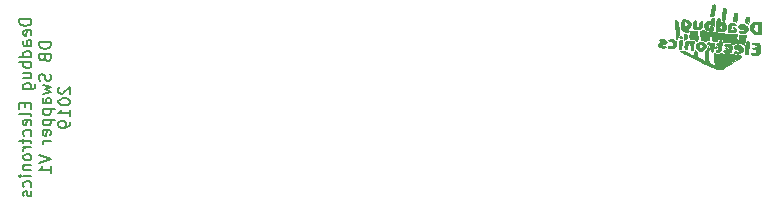
<source format=gbr>
G04 #@! TF.GenerationSoftware,KiCad,Pcbnew,(5.0.1)-rc2*
G04 #@! TF.CreationDate,2019-06-29T00:56:30-07:00*
G04 #@! TF.ProjectId,DB9_Switcher,4442395F53776974636865722E6B6963,rev?*
G04 #@! TF.SameCoordinates,Original*
G04 #@! TF.FileFunction,Legend,Bot*
G04 #@! TF.FilePolarity,Positive*
%FSLAX46Y46*%
G04 Gerber Fmt 4.6, Leading zero omitted, Abs format (unit mm)*
G04 Created by KiCad (PCBNEW (5.0.1)-rc2) date 6/29/2019 12:56:30 AM*
%MOMM*%
%LPD*%
G01*
G04 APERTURE LIST*
%ADD10C,0.150000*%
%ADD11C,0.010000*%
G04 APERTURE END LIST*
D10*
X115642380Y-72279809D02*
X114642380Y-72279809D01*
X114642380Y-72517904D01*
X114690000Y-72660761D01*
X114785238Y-72756000D01*
X114880476Y-72803619D01*
X115070952Y-72851238D01*
X115213809Y-72851238D01*
X115404285Y-72803619D01*
X115499523Y-72756000D01*
X115594761Y-72660761D01*
X115642380Y-72517904D01*
X115642380Y-72279809D01*
X115594761Y-73660761D02*
X115642380Y-73565523D01*
X115642380Y-73375047D01*
X115594761Y-73279809D01*
X115499523Y-73232190D01*
X115118571Y-73232190D01*
X115023333Y-73279809D01*
X114975714Y-73375047D01*
X114975714Y-73565523D01*
X115023333Y-73660761D01*
X115118571Y-73708380D01*
X115213809Y-73708380D01*
X115309047Y-73232190D01*
X115642380Y-74565523D02*
X115118571Y-74565523D01*
X115023333Y-74517904D01*
X114975714Y-74422666D01*
X114975714Y-74232190D01*
X115023333Y-74136952D01*
X115594761Y-74565523D02*
X115642380Y-74470285D01*
X115642380Y-74232190D01*
X115594761Y-74136952D01*
X115499523Y-74089333D01*
X115404285Y-74089333D01*
X115309047Y-74136952D01*
X115261428Y-74232190D01*
X115261428Y-74470285D01*
X115213809Y-74565523D01*
X115642380Y-75470285D02*
X114642380Y-75470285D01*
X115594761Y-75470285D02*
X115642380Y-75375047D01*
X115642380Y-75184571D01*
X115594761Y-75089333D01*
X115547142Y-75041714D01*
X115451904Y-74994095D01*
X115166190Y-74994095D01*
X115070952Y-75041714D01*
X115023333Y-75089333D01*
X114975714Y-75184571D01*
X114975714Y-75375047D01*
X115023333Y-75470285D01*
X115642380Y-75946476D02*
X114642380Y-75946476D01*
X115023333Y-75946476D02*
X114975714Y-76041714D01*
X114975714Y-76232190D01*
X115023333Y-76327428D01*
X115070952Y-76375047D01*
X115166190Y-76422666D01*
X115451904Y-76422666D01*
X115547142Y-76375047D01*
X115594761Y-76327428D01*
X115642380Y-76232190D01*
X115642380Y-76041714D01*
X115594761Y-75946476D01*
X114975714Y-77279809D02*
X115642380Y-77279809D01*
X114975714Y-76851238D02*
X115499523Y-76851238D01*
X115594761Y-76898857D01*
X115642380Y-76994095D01*
X115642380Y-77136952D01*
X115594761Y-77232190D01*
X115547142Y-77279809D01*
X114975714Y-78184571D02*
X115785238Y-78184571D01*
X115880476Y-78136952D01*
X115928095Y-78089333D01*
X115975714Y-77994095D01*
X115975714Y-77851238D01*
X115928095Y-77756000D01*
X115594761Y-78184571D02*
X115642380Y-78089333D01*
X115642380Y-77898857D01*
X115594761Y-77803619D01*
X115547142Y-77756000D01*
X115451904Y-77708380D01*
X115166190Y-77708380D01*
X115070952Y-77756000D01*
X115023333Y-77803619D01*
X114975714Y-77898857D01*
X114975714Y-78089333D01*
X115023333Y-78184571D01*
X115118571Y-79422666D02*
X115118571Y-79756000D01*
X115642380Y-79898857D02*
X115642380Y-79422666D01*
X114642380Y-79422666D01*
X114642380Y-79898857D01*
X115642380Y-80470285D02*
X115594761Y-80375047D01*
X115499523Y-80327428D01*
X114642380Y-80327428D01*
X115594761Y-81232190D02*
X115642380Y-81136952D01*
X115642380Y-80946476D01*
X115594761Y-80851238D01*
X115499523Y-80803619D01*
X115118571Y-80803619D01*
X115023333Y-80851238D01*
X114975714Y-80946476D01*
X114975714Y-81136952D01*
X115023333Y-81232190D01*
X115118571Y-81279809D01*
X115213809Y-81279809D01*
X115309047Y-80803619D01*
X115594761Y-82136952D02*
X115642380Y-82041714D01*
X115642380Y-81851238D01*
X115594761Y-81756000D01*
X115547142Y-81708380D01*
X115451904Y-81660761D01*
X115166190Y-81660761D01*
X115070952Y-81708380D01*
X115023333Y-81756000D01*
X114975714Y-81851238D01*
X114975714Y-82041714D01*
X115023333Y-82136952D01*
X114975714Y-82422666D02*
X114975714Y-82803619D01*
X114642380Y-82565523D02*
X115499523Y-82565523D01*
X115594761Y-82613142D01*
X115642380Y-82708380D01*
X115642380Y-82803619D01*
X115642380Y-83136952D02*
X114975714Y-83136952D01*
X115166190Y-83136952D02*
X115070952Y-83184571D01*
X115023333Y-83232190D01*
X114975714Y-83327428D01*
X114975714Y-83422666D01*
X115642380Y-83898857D02*
X115594761Y-83803619D01*
X115547142Y-83756000D01*
X115451904Y-83708380D01*
X115166190Y-83708380D01*
X115070952Y-83756000D01*
X115023333Y-83803619D01*
X114975714Y-83898857D01*
X114975714Y-84041714D01*
X115023333Y-84136952D01*
X115070952Y-84184571D01*
X115166190Y-84232190D01*
X115451904Y-84232190D01*
X115547142Y-84184571D01*
X115594761Y-84136952D01*
X115642380Y-84041714D01*
X115642380Y-83898857D01*
X114975714Y-84660761D02*
X115642380Y-84660761D01*
X115070952Y-84660761D02*
X115023333Y-84708380D01*
X114975714Y-84803619D01*
X114975714Y-84946476D01*
X115023333Y-85041714D01*
X115118571Y-85089333D01*
X115642380Y-85089333D01*
X115642380Y-85565523D02*
X114975714Y-85565523D01*
X114642380Y-85565523D02*
X114690000Y-85517904D01*
X114737619Y-85565523D01*
X114690000Y-85613142D01*
X114642380Y-85565523D01*
X114737619Y-85565523D01*
X115594761Y-86470285D02*
X115642380Y-86375047D01*
X115642380Y-86184571D01*
X115594761Y-86089333D01*
X115547142Y-86041714D01*
X115451904Y-85994095D01*
X115166190Y-85994095D01*
X115070952Y-86041714D01*
X115023333Y-86089333D01*
X114975714Y-86184571D01*
X114975714Y-86375047D01*
X115023333Y-86470285D01*
X115594761Y-86851238D02*
X115642380Y-86946476D01*
X115642380Y-87136952D01*
X115594761Y-87232190D01*
X115499523Y-87279809D01*
X115451904Y-87279809D01*
X115356666Y-87232190D01*
X115309047Y-87136952D01*
X115309047Y-86994095D01*
X115261428Y-86898857D01*
X115166190Y-86851238D01*
X115118571Y-86851238D01*
X115023333Y-86898857D01*
X114975714Y-86994095D01*
X114975714Y-87136952D01*
X115023333Y-87232190D01*
X117292380Y-74232190D02*
X116292380Y-74232190D01*
X116292380Y-74470285D01*
X116340000Y-74613142D01*
X116435238Y-74708380D01*
X116530476Y-74756000D01*
X116720952Y-74803619D01*
X116863809Y-74803619D01*
X117054285Y-74756000D01*
X117149523Y-74708380D01*
X117244761Y-74613142D01*
X117292380Y-74470285D01*
X117292380Y-74232190D01*
X116768571Y-75565523D02*
X116816190Y-75708380D01*
X116863809Y-75756000D01*
X116959047Y-75803619D01*
X117101904Y-75803619D01*
X117197142Y-75756000D01*
X117244761Y-75708380D01*
X117292380Y-75613142D01*
X117292380Y-75232190D01*
X116292380Y-75232190D01*
X116292380Y-75565523D01*
X116340000Y-75660761D01*
X116387619Y-75708380D01*
X116482857Y-75756000D01*
X116578095Y-75756000D01*
X116673333Y-75708380D01*
X116720952Y-75660761D01*
X116768571Y-75565523D01*
X116768571Y-75232190D01*
X117244761Y-76946476D02*
X117292380Y-77089333D01*
X117292380Y-77327428D01*
X117244761Y-77422666D01*
X117197142Y-77470285D01*
X117101904Y-77517904D01*
X117006666Y-77517904D01*
X116911428Y-77470285D01*
X116863809Y-77422666D01*
X116816190Y-77327428D01*
X116768571Y-77136952D01*
X116720952Y-77041714D01*
X116673333Y-76994095D01*
X116578095Y-76946476D01*
X116482857Y-76946476D01*
X116387619Y-76994095D01*
X116340000Y-77041714D01*
X116292380Y-77136952D01*
X116292380Y-77375047D01*
X116340000Y-77517904D01*
X116625714Y-77851238D02*
X117292380Y-78041714D01*
X116816190Y-78232190D01*
X117292380Y-78422666D01*
X116625714Y-78613142D01*
X117292380Y-79422666D02*
X116768571Y-79422666D01*
X116673333Y-79375047D01*
X116625714Y-79279809D01*
X116625714Y-79089333D01*
X116673333Y-78994095D01*
X117244761Y-79422666D02*
X117292380Y-79327428D01*
X117292380Y-79089333D01*
X117244761Y-78994095D01*
X117149523Y-78946476D01*
X117054285Y-78946476D01*
X116959047Y-78994095D01*
X116911428Y-79089333D01*
X116911428Y-79327428D01*
X116863809Y-79422666D01*
X116625714Y-79898857D02*
X117625714Y-79898857D01*
X116673333Y-79898857D02*
X116625714Y-79994095D01*
X116625714Y-80184571D01*
X116673333Y-80279809D01*
X116720952Y-80327428D01*
X116816190Y-80375047D01*
X117101904Y-80375047D01*
X117197142Y-80327428D01*
X117244761Y-80279809D01*
X117292380Y-80184571D01*
X117292380Y-79994095D01*
X117244761Y-79898857D01*
X116625714Y-80803619D02*
X117625714Y-80803619D01*
X116673333Y-80803619D02*
X116625714Y-80898857D01*
X116625714Y-81089333D01*
X116673333Y-81184571D01*
X116720952Y-81232190D01*
X116816190Y-81279809D01*
X117101904Y-81279809D01*
X117197142Y-81232190D01*
X117244761Y-81184571D01*
X117292380Y-81089333D01*
X117292380Y-80898857D01*
X117244761Y-80803619D01*
X117244761Y-82089333D02*
X117292380Y-81994095D01*
X117292380Y-81803619D01*
X117244761Y-81708380D01*
X117149523Y-81660761D01*
X116768571Y-81660761D01*
X116673333Y-81708380D01*
X116625714Y-81803619D01*
X116625714Y-81994095D01*
X116673333Y-82089333D01*
X116768571Y-82136952D01*
X116863809Y-82136952D01*
X116959047Y-81660761D01*
X117292380Y-82565523D02*
X116625714Y-82565523D01*
X116816190Y-82565523D02*
X116720952Y-82613142D01*
X116673333Y-82660761D01*
X116625714Y-82756000D01*
X116625714Y-82851238D01*
X116292380Y-83803619D02*
X117292380Y-84136952D01*
X116292380Y-84470285D01*
X117292380Y-85327428D02*
X117292380Y-84756000D01*
X117292380Y-85041714D02*
X116292380Y-85041714D01*
X116435238Y-84946476D01*
X116530476Y-84851238D01*
X116578095Y-84756000D01*
X118037619Y-78041714D02*
X117990000Y-78089333D01*
X117942380Y-78184571D01*
X117942380Y-78422666D01*
X117990000Y-78517904D01*
X118037619Y-78565523D01*
X118132857Y-78613142D01*
X118228095Y-78613142D01*
X118370952Y-78565523D01*
X118942380Y-77994095D01*
X118942380Y-78613142D01*
X117942380Y-79232190D02*
X117942380Y-79327428D01*
X117990000Y-79422666D01*
X118037619Y-79470285D01*
X118132857Y-79517904D01*
X118323333Y-79565523D01*
X118561428Y-79565523D01*
X118751904Y-79517904D01*
X118847142Y-79470285D01*
X118894761Y-79422666D01*
X118942380Y-79327428D01*
X118942380Y-79232190D01*
X118894761Y-79136952D01*
X118847142Y-79089333D01*
X118751904Y-79041714D01*
X118561428Y-78994095D01*
X118323333Y-78994095D01*
X118132857Y-79041714D01*
X118037619Y-79089333D01*
X117990000Y-79136952D01*
X117942380Y-79232190D01*
X118942380Y-80517904D02*
X118942380Y-79946476D01*
X118942380Y-80232190D02*
X117942380Y-80232190D01*
X118085238Y-80136952D01*
X118180476Y-80041714D01*
X118228095Y-79946476D01*
X118942380Y-80994095D02*
X118942380Y-81184571D01*
X118894761Y-81279809D01*
X118847142Y-81327428D01*
X118704285Y-81422666D01*
X118513809Y-81470285D01*
X118132857Y-81470285D01*
X118037619Y-81422666D01*
X117990000Y-81375047D01*
X117942380Y-81279809D01*
X117942380Y-81089333D01*
X117990000Y-80994095D01*
X118037619Y-80946476D01*
X118132857Y-80898857D01*
X118370952Y-80898857D01*
X118466190Y-80946476D01*
X118513809Y-80994095D01*
X118561428Y-81089333D01*
X118561428Y-81279809D01*
X118513809Y-81375047D01*
X118466190Y-81422666D01*
X118370952Y-81470285D01*
D11*
G04 #@! TO.C,G\002A\002A\002A*
G36*
X173413897Y-71036114D02*
X173348923Y-71049752D01*
X173306180Y-71085513D01*
X173275570Y-71163356D01*
X173246993Y-71303235D01*
X173231227Y-71397091D01*
X173199577Y-71587973D01*
X173170170Y-71761949D01*
X173149129Y-71882824D01*
X173148382Y-71886961D01*
X173137880Y-71985797D01*
X173171726Y-72022602D01*
X173260538Y-72025506D01*
X173366974Y-72003249D01*
X173415718Y-71931621D01*
X173422143Y-71905091D01*
X173449525Y-71756382D01*
X173479189Y-71574165D01*
X173506834Y-71387775D01*
X173528160Y-71226545D01*
X173538866Y-71119809D01*
X173539378Y-71105387D01*
X173517070Y-71045114D01*
X173434829Y-71034040D01*
X173413897Y-71036114D01*
X173413897Y-71036114D01*
G37*
X173413897Y-71036114D02*
X173348923Y-71049752D01*
X173306180Y-71085513D01*
X173275570Y-71163356D01*
X173246993Y-71303235D01*
X173231227Y-71397091D01*
X173199577Y-71587973D01*
X173170170Y-71761949D01*
X173149129Y-71882824D01*
X173148382Y-71886961D01*
X173137880Y-71985797D01*
X173171726Y-72022602D01*
X173260538Y-72025506D01*
X173366974Y-72003249D01*
X173415718Y-71931621D01*
X173422143Y-71905091D01*
X173449525Y-71756382D01*
X173479189Y-71574165D01*
X173506834Y-71387775D01*
X173528160Y-71226545D01*
X173538866Y-71119809D01*
X173539378Y-71105387D01*
X173517070Y-71045114D01*
X173434829Y-71034040D01*
X173413897Y-71036114D01*
G36*
X174240520Y-71373232D02*
X174208919Y-71442667D01*
X174173674Y-71577198D01*
X174139278Y-71749915D01*
X174110226Y-71933910D01*
X174091013Y-72102275D01*
X174086133Y-72228099D01*
X174090967Y-72268612D01*
X174151839Y-72371698D01*
X174218836Y-72404078D01*
X174272987Y-72401004D01*
X174309901Y-72359616D01*
X174339632Y-72260869D01*
X174365139Y-72126987D01*
X174411330Y-71857029D01*
X174441008Y-71664019D01*
X174454320Y-71534057D01*
X174451415Y-71453243D01*
X174432440Y-71407676D01*
X174397542Y-71383455D01*
X174373126Y-71374675D01*
X174281403Y-71361165D01*
X174240520Y-71373232D01*
X174240520Y-71373232D01*
G37*
X174240520Y-71373232D02*
X174208919Y-71442667D01*
X174173674Y-71577198D01*
X174139278Y-71749915D01*
X174110226Y-71933910D01*
X174091013Y-72102275D01*
X174086133Y-72228099D01*
X174090967Y-72268612D01*
X174151839Y-72371698D01*
X174218836Y-72404078D01*
X174272987Y-72401004D01*
X174309901Y-72359616D01*
X174339632Y-72260869D01*
X174365139Y-72126987D01*
X174411330Y-71857029D01*
X174441008Y-71664019D01*
X174454320Y-71534057D01*
X174451415Y-71453243D01*
X174432440Y-71407676D01*
X174397542Y-71383455D01*
X174373126Y-71374675D01*
X174281403Y-71361165D01*
X174240520Y-71373232D01*
G36*
X175219941Y-71729121D02*
X175180371Y-71767646D01*
X175147362Y-71854316D01*
X175111788Y-72007507D01*
X175097434Y-72078273D01*
X175064905Y-72246141D01*
X175042129Y-72373154D01*
X175032983Y-72437378D01*
X175033326Y-72441093D01*
X175078522Y-72452113D01*
X175178049Y-72472102D01*
X175184601Y-72473350D01*
X175328567Y-72500695D01*
X175386582Y-72161536D01*
X175416387Y-71956442D01*
X175418659Y-71825300D01*
X175389528Y-71752778D01*
X175325124Y-71723546D01*
X175275201Y-71720363D01*
X175219941Y-71729121D01*
X175219941Y-71729121D01*
G37*
X175219941Y-71729121D02*
X175180371Y-71767646D01*
X175147362Y-71854316D01*
X175111788Y-72007507D01*
X175097434Y-72078273D01*
X175064905Y-72246141D01*
X175042129Y-72373154D01*
X175032983Y-72437378D01*
X175033326Y-72441093D01*
X175078522Y-72452113D01*
X175178049Y-72472102D01*
X175184601Y-72473350D01*
X175328567Y-72500695D01*
X175386582Y-72161536D01*
X175416387Y-71956442D01*
X175418659Y-71825300D01*
X175389528Y-71752778D01*
X175325124Y-71723546D01*
X175275201Y-71720363D01*
X175219941Y-71729121D01*
G36*
X176243597Y-72094240D02*
X176165429Y-72117492D01*
X176153413Y-72128859D01*
X176131361Y-72196087D01*
X176106057Y-72315638D01*
X176099229Y-72355854D01*
X176085982Y-72479209D01*
X176108251Y-72548925D01*
X176181185Y-72601452D01*
X176206939Y-72615048D01*
X176344704Y-72686289D01*
X176389047Y-72410945D01*
X176409030Y-72261657D01*
X176416026Y-72152759D01*
X176410498Y-72112710D01*
X176342875Y-72091541D01*
X176243597Y-72094240D01*
X176243597Y-72094240D01*
G37*
X176243597Y-72094240D02*
X176165429Y-72117492D01*
X176153413Y-72128859D01*
X176131361Y-72196087D01*
X176106057Y-72315638D01*
X176099229Y-72355854D01*
X176085982Y-72479209D01*
X176108251Y-72548925D01*
X176181185Y-72601452D01*
X176206939Y-72615048D01*
X176344704Y-72686289D01*
X176389047Y-72410945D01*
X176409030Y-72261657D01*
X176416026Y-72152759D01*
X176410498Y-72112710D01*
X176342875Y-72091541D01*
X176243597Y-72094240D01*
G36*
X171756901Y-72402217D02*
X171722450Y-72451735D01*
X171696423Y-72557849D01*
X171675083Y-72705137D01*
X171656813Y-72911437D01*
X171666169Y-73034613D01*
X171684127Y-73069781D01*
X171754410Y-73098579D01*
X171885275Y-73122066D01*
X172008714Y-73132721D01*
X172181336Y-73133918D01*
X172287771Y-73113532D01*
X172351484Y-73068259D01*
X172398825Y-72975018D01*
X172432488Y-72837584D01*
X172450049Y-72685130D01*
X172449086Y-72546832D01*
X172427177Y-72451863D01*
X172404619Y-72428389D01*
X172309561Y-72432576D01*
X172236631Y-72516095D01*
X172195181Y-72666803D01*
X172191389Y-72705324D01*
X172175199Y-72829402D01*
X172138394Y-72888806D01*
X172062450Y-72911201D01*
X172052753Y-72912382D01*
X171982724Y-72915507D01*
X171943986Y-72890334D01*
X171925168Y-72816021D01*
X171914904Y-72671725D01*
X171914207Y-72658382D01*
X171902228Y-72505941D01*
X171880961Y-72424700D01*
X171842028Y-72393502D01*
X171807909Y-72390000D01*
X171756901Y-72402217D01*
X171756901Y-72402217D01*
G37*
X171756901Y-72402217D02*
X171722450Y-72451735D01*
X171696423Y-72557849D01*
X171675083Y-72705137D01*
X171656813Y-72911437D01*
X171666169Y-73034613D01*
X171684127Y-73069781D01*
X171754410Y-73098579D01*
X171885275Y-73122066D01*
X172008714Y-73132721D01*
X172181336Y-73133918D01*
X172287771Y-73113532D01*
X172351484Y-73068259D01*
X172398825Y-72975018D01*
X172432488Y-72837584D01*
X172450049Y-72685130D01*
X172449086Y-72546832D01*
X172427177Y-72451863D01*
X172404619Y-72428389D01*
X172309561Y-72432576D01*
X172236631Y-72516095D01*
X172195181Y-72666803D01*
X172191389Y-72705324D01*
X172175199Y-72829402D01*
X172138394Y-72888806D01*
X172062450Y-72911201D01*
X172052753Y-72912382D01*
X171982724Y-72915507D01*
X171943986Y-72890334D01*
X171925168Y-72816021D01*
X171914904Y-72671725D01*
X171914207Y-72658382D01*
X171902228Y-72505941D01*
X171880961Y-72424700D01*
X171842028Y-72393502D01*
X171807909Y-72390000D01*
X171756901Y-72402217D01*
G36*
X173263253Y-72187363D02*
X173214991Y-72284064D01*
X173201364Y-72335188D01*
X173164944Y-72449065D01*
X173121153Y-72487256D01*
X173084177Y-72480040D01*
X172943298Y-72433016D01*
X172845309Y-72438883D01*
X172754585Y-72501886D01*
X172734151Y-72521741D01*
X172641512Y-72673637D01*
X172614368Y-72855929D01*
X172654696Y-73032705D01*
X172701811Y-73109082D01*
X172795931Y-73175919D01*
X172938498Y-73226117D01*
X173098402Y-73254741D01*
X173244534Y-73256855D01*
X173345784Y-73227523D01*
X173361281Y-73213705D01*
X173382009Y-73145316D01*
X173399796Y-73006489D01*
X173412437Y-72819149D01*
X173412922Y-72802800D01*
X173169038Y-72802800D01*
X173150392Y-72947834D01*
X173098259Y-73041497D01*
X173010114Y-73050124D01*
X172947483Y-73019450D01*
X172906430Y-72944810D01*
X172901301Y-72823884D01*
X172922615Y-72715663D01*
X172972765Y-72672718D01*
X173031095Y-72667091D01*
X173131341Y-72701082D01*
X173169038Y-72802800D01*
X173412922Y-72802800D01*
X173417260Y-72656897D01*
X173419255Y-72437202D01*
X173416023Y-72293726D01*
X173404856Y-72210358D01*
X173383049Y-72170988D01*
X173347896Y-72159506D01*
X173333641Y-72159091D01*
X173263253Y-72187363D01*
X173263253Y-72187363D01*
G37*
X173263253Y-72187363D02*
X173214991Y-72284064D01*
X173201364Y-72335188D01*
X173164944Y-72449065D01*
X173121153Y-72487256D01*
X173084177Y-72480040D01*
X172943298Y-72433016D01*
X172845309Y-72438883D01*
X172754585Y-72501886D01*
X172734151Y-72521741D01*
X172641512Y-72673637D01*
X172614368Y-72855929D01*
X172654696Y-73032705D01*
X172701811Y-73109082D01*
X172795931Y-73175919D01*
X172938498Y-73226117D01*
X173098402Y-73254741D01*
X173244534Y-73256855D01*
X173345784Y-73227523D01*
X173361281Y-73213705D01*
X173382009Y-73145316D01*
X173399796Y-73006489D01*
X173412437Y-72819149D01*
X173412922Y-72802800D01*
X173169038Y-72802800D01*
X173150392Y-72947834D01*
X173098259Y-73041497D01*
X173010114Y-73050124D01*
X172947483Y-73019450D01*
X172906430Y-72944810D01*
X172901301Y-72823884D01*
X172922615Y-72715663D01*
X172972765Y-72672718D01*
X173031095Y-72667091D01*
X173131341Y-72701082D01*
X173169038Y-72802800D01*
X173412922Y-72802800D01*
X173417260Y-72656897D01*
X173419255Y-72437202D01*
X173416023Y-72293726D01*
X173404856Y-72210358D01*
X173383049Y-72170988D01*
X173347896Y-72159506D01*
X173333641Y-72159091D01*
X173263253Y-72187363D01*
G36*
X170812888Y-72298602D02*
X170732273Y-72335031D01*
X170731742Y-72335696D01*
X170706893Y-72406139D01*
X170681425Y-72540821D01*
X170660518Y-72711798D01*
X170659059Y-72727773D01*
X170645430Y-72903421D01*
X170647196Y-73014989D01*
X170670565Y-73090304D01*
X170721746Y-73157191D01*
X170764668Y-73201137D01*
X170893850Y-73300446D01*
X171037356Y-73335514D01*
X171080841Y-73336727D01*
X171203689Y-73329795D01*
X171282500Y-73312599D01*
X171290956Y-73307195D01*
X171303411Y-73251877D01*
X171245052Y-73208831D01*
X171170183Y-73196374D01*
X171114267Y-73190083D01*
X171134568Y-73168261D01*
X171208665Y-73133714D01*
X171215014Y-73128909D01*
X171045909Y-73128909D01*
X171022818Y-73152000D01*
X170999727Y-73128909D01*
X171022818Y-73105818D01*
X171045909Y-73128909D01*
X171215014Y-73128909D01*
X171344944Y-73030589D01*
X171431637Y-72878450D01*
X171463046Y-72705101D01*
X171461647Y-72697209D01*
X171230636Y-72697209D01*
X171198702Y-72786665D01*
X171130457Y-72872278D01*
X171030515Y-72932207D01*
X170957961Y-72908146D01*
X170919121Y-72806035D01*
X170916623Y-72671482D01*
X170938074Y-72540562D01*
X170984612Y-72478376D01*
X171019766Y-72466195D01*
X171117112Y-72488760D01*
X171196321Y-72573910D01*
X171230580Y-72692274D01*
X171230636Y-72697209D01*
X171461647Y-72697209D01*
X171433477Y-72538342D01*
X171354658Y-72421139D01*
X171249262Y-72358901D01*
X171102854Y-72314854D01*
X170946905Y-72293316D01*
X170812888Y-72298602D01*
X170812888Y-72298602D01*
G37*
X170812888Y-72298602D02*
X170732273Y-72335031D01*
X170731742Y-72335696D01*
X170706893Y-72406139D01*
X170681425Y-72540821D01*
X170660518Y-72711798D01*
X170659059Y-72727773D01*
X170645430Y-72903421D01*
X170647196Y-73014989D01*
X170670565Y-73090304D01*
X170721746Y-73157191D01*
X170764668Y-73201137D01*
X170893850Y-73300446D01*
X171037356Y-73335514D01*
X171080841Y-73336727D01*
X171203689Y-73329795D01*
X171282500Y-73312599D01*
X171290956Y-73307195D01*
X171303411Y-73251877D01*
X171245052Y-73208831D01*
X171170183Y-73196374D01*
X171114267Y-73190083D01*
X171134568Y-73168261D01*
X171208665Y-73133714D01*
X171215014Y-73128909D01*
X171045909Y-73128909D01*
X171022818Y-73152000D01*
X170999727Y-73128909D01*
X171022818Y-73105818D01*
X171045909Y-73128909D01*
X171215014Y-73128909D01*
X171344944Y-73030589D01*
X171431637Y-72878450D01*
X171463046Y-72705101D01*
X171461647Y-72697209D01*
X171230636Y-72697209D01*
X171198702Y-72786665D01*
X171130457Y-72872278D01*
X171030515Y-72932207D01*
X170957961Y-72908146D01*
X170919121Y-72806035D01*
X170916623Y-72671482D01*
X170938074Y-72540562D01*
X170984612Y-72478376D01*
X171019766Y-72466195D01*
X171117112Y-72488760D01*
X171196321Y-72573910D01*
X171230580Y-72692274D01*
X171230636Y-72697209D01*
X171461647Y-72697209D01*
X171433477Y-72538342D01*
X171354658Y-72421139D01*
X171249262Y-72358901D01*
X171102854Y-72314854D01*
X170946905Y-72293316D01*
X170812888Y-72298602D01*
G36*
X173758700Y-72195614D02*
X173705188Y-72241794D01*
X173666447Y-72341794D01*
X173637970Y-72507937D01*
X173615251Y-72752551D01*
X173612551Y-72789836D01*
X173600251Y-73020031D01*
X173602516Y-73170015D01*
X173619875Y-73250871D01*
X173635435Y-73269521D01*
X173708727Y-73290706D01*
X173841600Y-73310502D01*
X173961851Y-73321388D01*
X174122715Y-73327193D01*
X174224989Y-73312206D01*
X174301591Y-73268205D01*
X174348578Y-73224802D01*
X174445576Y-73069231D01*
X174459690Y-72892068D01*
X174459017Y-72890303D01*
X174140091Y-72890303D01*
X174128707Y-73024244D01*
X174084887Y-73088957D01*
X173994122Y-73105818D01*
X173993848Y-73105818D01*
X173937827Y-73087183D01*
X173913254Y-73016116D01*
X173909182Y-72921091D01*
X173915483Y-72802074D01*
X173945207Y-72749175D01*
X174014582Y-72736429D01*
X174024636Y-72736363D01*
X174104098Y-72749270D01*
X174135565Y-72806340D01*
X174140091Y-72890303D01*
X174459017Y-72890303D01*
X174391074Y-72712159D01*
X174358105Y-72667091D01*
X173816818Y-72667091D01*
X173793727Y-72690182D01*
X173770636Y-72667091D01*
X173793727Y-72644000D01*
X173816818Y-72667091D01*
X174358105Y-72667091D01*
X174343804Y-72647543D01*
X174211455Y-72534619D01*
X174092730Y-72505454D01*
X174000122Y-72492762D01*
X173959242Y-72435807D01*
X173946744Y-72355363D01*
X173918536Y-72242388D01*
X173852161Y-72194904D01*
X173831488Y-72190925D01*
X173758700Y-72195614D01*
X173758700Y-72195614D01*
G37*
X173758700Y-72195614D02*
X173705188Y-72241794D01*
X173666447Y-72341794D01*
X173637970Y-72507937D01*
X173615251Y-72752551D01*
X173612551Y-72789836D01*
X173600251Y-73020031D01*
X173602516Y-73170015D01*
X173619875Y-73250871D01*
X173635435Y-73269521D01*
X173708727Y-73290706D01*
X173841600Y-73310502D01*
X173961851Y-73321388D01*
X174122715Y-73327193D01*
X174224989Y-73312206D01*
X174301591Y-73268205D01*
X174348578Y-73224802D01*
X174445576Y-73069231D01*
X174459690Y-72892068D01*
X174459017Y-72890303D01*
X174140091Y-72890303D01*
X174128707Y-73024244D01*
X174084887Y-73088957D01*
X173994122Y-73105818D01*
X173993848Y-73105818D01*
X173937827Y-73087183D01*
X173913254Y-73016116D01*
X173909182Y-72921091D01*
X173915483Y-72802074D01*
X173945207Y-72749175D01*
X174014582Y-72736429D01*
X174024636Y-72736363D01*
X174104098Y-72749270D01*
X174135565Y-72806340D01*
X174140091Y-72890303D01*
X174459017Y-72890303D01*
X174391074Y-72712159D01*
X174358105Y-72667091D01*
X173816818Y-72667091D01*
X173793727Y-72690182D01*
X173770636Y-72667091D01*
X173793727Y-72644000D01*
X173816818Y-72667091D01*
X174358105Y-72667091D01*
X174343804Y-72647543D01*
X174211455Y-72534619D01*
X174092730Y-72505454D01*
X174000122Y-72492762D01*
X173959242Y-72435807D01*
X173946744Y-72355363D01*
X173918536Y-72242388D01*
X173852161Y-72194904D01*
X173831488Y-72190925D01*
X173758700Y-72195614D01*
G36*
X174786106Y-72634898D02*
X174672985Y-72745037D01*
X174616421Y-72926585D01*
X174611413Y-73101861D01*
X174625000Y-73357348D01*
X174927779Y-73369840D01*
X175120722Y-73368448D01*
X175248303Y-73347388D01*
X175285688Y-73327202D01*
X175336865Y-73218093D01*
X175318667Y-73089764D01*
X175250174Y-72991920D01*
X175169855Y-72946371D01*
X175089958Y-72936210D01*
X175037462Y-72956952D01*
X175039351Y-73004110D01*
X175056005Y-73024205D01*
X175108047Y-73113639D01*
X175077978Y-73177938D01*
X174993005Y-73198182D01*
X174885963Y-73166932D01*
X174842245Y-73090334D01*
X174875962Y-72994111D01*
X174879000Y-72990363D01*
X174914272Y-72899775D01*
X174908707Y-72852406D01*
X174910436Y-72806278D01*
X174974490Y-72785822D01*
X175062451Y-72782545D01*
X175184511Y-72772285D01*
X175261941Y-72746823D01*
X175270113Y-72738681D01*
X175260273Y-72685466D01*
X175181441Y-72637590D01*
X175056853Y-72605427D01*
X174954661Y-72597818D01*
X174786106Y-72634898D01*
X174786106Y-72634898D01*
G37*
X174786106Y-72634898D02*
X174672985Y-72745037D01*
X174616421Y-72926585D01*
X174611413Y-73101861D01*
X174625000Y-73357348D01*
X174927779Y-73369840D01*
X175120722Y-73368448D01*
X175248303Y-73347388D01*
X175285688Y-73327202D01*
X175336865Y-73218093D01*
X175318667Y-73089764D01*
X175250174Y-72991920D01*
X175169855Y-72946371D01*
X175089958Y-72936210D01*
X175037462Y-72956952D01*
X175039351Y-73004110D01*
X175056005Y-73024205D01*
X175108047Y-73113639D01*
X175077978Y-73177938D01*
X174993005Y-73198182D01*
X174885963Y-73166932D01*
X174842245Y-73090334D01*
X174875962Y-72994111D01*
X174879000Y-72990363D01*
X174914272Y-72899775D01*
X174908707Y-72852406D01*
X174910436Y-72806278D01*
X174974490Y-72785822D01*
X175062451Y-72782545D01*
X175184511Y-72772285D01*
X175261941Y-72746823D01*
X175270113Y-72738681D01*
X175260273Y-72685466D01*
X175181441Y-72637590D01*
X175056853Y-72605427D01*
X174954661Y-72597818D01*
X174786106Y-72634898D01*
G36*
X175693695Y-72719209D02*
X175572185Y-72812748D01*
X175511194Y-72931932D01*
X175521493Y-73016511D01*
X175618323Y-73077161D01*
X175798557Y-73112149D01*
X175842814Y-73115811D01*
X175964358Y-73136097D01*
X176029159Y-73171161D01*
X176033478Y-73183524D01*
X175993055Y-73242906D01*
X175890442Y-73276018D01*
X175753877Y-73275384D01*
X175713631Y-73268192D01*
X175604485Y-73262755D01*
X175548008Y-73294504D01*
X175561148Y-73349983D01*
X175583781Y-73371308D01*
X175724743Y-73432599D01*
X175904993Y-73443787D01*
X176016192Y-73423968D01*
X176167519Y-73356570D01*
X176254734Y-73244846D01*
X176291363Y-73121368D01*
X176293541Y-73004466D01*
X176266666Y-72949814D01*
X176020871Y-72949814D01*
X176018326Y-72954535D01*
X175955794Y-72988956D01*
X175866567Y-72985711D01*
X175795232Y-72951643D01*
X175779545Y-72917896D01*
X175817295Y-72853623D01*
X175848818Y-72840963D01*
X175938808Y-72850115D01*
X176007351Y-72893897D01*
X176020871Y-72949814D01*
X176266666Y-72949814D01*
X176238205Y-72891937D01*
X176195168Y-72837133D01*
X176093778Y-72738064D01*
X175985141Y-72696680D01*
X175874961Y-72690182D01*
X175693695Y-72719209D01*
X175693695Y-72719209D01*
G37*
X175693695Y-72719209D02*
X175572185Y-72812748D01*
X175511194Y-72931932D01*
X175521493Y-73016511D01*
X175618323Y-73077161D01*
X175798557Y-73112149D01*
X175842814Y-73115811D01*
X175964358Y-73136097D01*
X176029159Y-73171161D01*
X176033478Y-73183524D01*
X175993055Y-73242906D01*
X175890442Y-73276018D01*
X175753877Y-73275384D01*
X175713631Y-73268192D01*
X175604485Y-73262755D01*
X175548008Y-73294504D01*
X175561148Y-73349983D01*
X175583781Y-73371308D01*
X175724743Y-73432599D01*
X175904993Y-73443787D01*
X176016192Y-73423968D01*
X176167519Y-73356570D01*
X176254734Y-73244846D01*
X176291363Y-73121368D01*
X176293541Y-73004466D01*
X176266666Y-72949814D01*
X176020871Y-72949814D01*
X176018326Y-72954535D01*
X175955794Y-72988956D01*
X175866567Y-72985711D01*
X175795232Y-72951643D01*
X175779545Y-72917896D01*
X175817295Y-72853623D01*
X175848818Y-72840963D01*
X175938808Y-72850115D01*
X176007351Y-72893897D01*
X176020871Y-72949814D01*
X176266666Y-72949814D01*
X176238205Y-72891937D01*
X176195168Y-72837133D01*
X176093778Y-72738064D01*
X175985141Y-72696680D01*
X175874961Y-72690182D01*
X175693695Y-72719209D01*
G36*
X176825529Y-72520060D02*
X176747246Y-72551207D01*
X176673619Y-72611837D01*
X176645191Y-72639823D01*
X176513805Y-72824692D01*
X176471149Y-73019951D01*
X176517354Y-73213689D01*
X176636950Y-73378845D01*
X176754739Y-73461737D01*
X176909236Y-73525160D01*
X177075772Y-73564877D01*
X177229681Y-73576650D01*
X177346293Y-73556240D01*
X177397988Y-73509599D01*
X177408504Y-73440807D01*
X177418782Y-73302631D01*
X177427354Y-73118043D01*
X177431175Y-72990054D01*
X177433488Y-72892227D01*
X177188091Y-72892227D01*
X177176701Y-73136365D01*
X177140576Y-73294774D01*
X177076788Y-73371475D01*
X176982405Y-73370493D01*
X176880371Y-73314714D01*
X176777598Y-73190913D01*
X176750025Y-73025220D01*
X176792407Y-72852207D01*
X176849576Y-72743623D01*
X176921552Y-72698389D01*
X177024098Y-72690182D01*
X177125864Y-72694748D01*
X177173354Y-72725442D01*
X177187260Y-72807757D01*
X177188091Y-72892227D01*
X177433488Y-72892227D01*
X177442091Y-72528545D01*
X177112738Y-72515087D01*
X176937638Y-72510613D01*
X176825529Y-72520060D01*
X176825529Y-72520060D01*
G37*
X176825529Y-72520060D02*
X176747246Y-72551207D01*
X176673619Y-72611837D01*
X176645191Y-72639823D01*
X176513805Y-72824692D01*
X176471149Y-73019951D01*
X176517354Y-73213689D01*
X176636950Y-73378845D01*
X176754739Y-73461737D01*
X176909236Y-73525160D01*
X177075772Y-73564877D01*
X177229681Y-73576650D01*
X177346293Y-73556240D01*
X177397988Y-73509599D01*
X177408504Y-73440807D01*
X177418782Y-73302631D01*
X177427354Y-73118043D01*
X177431175Y-72990054D01*
X177433488Y-72892227D01*
X177188091Y-72892227D01*
X177176701Y-73136365D01*
X177140576Y-73294774D01*
X177076788Y-73371475D01*
X176982405Y-73370493D01*
X176880371Y-73314714D01*
X176777598Y-73190913D01*
X176750025Y-73025220D01*
X176792407Y-72852207D01*
X176849576Y-72743623D01*
X176921552Y-72698389D01*
X177024098Y-72690182D01*
X177125864Y-72694748D01*
X177173354Y-72725442D01*
X177187260Y-72807757D01*
X177188091Y-72892227D01*
X177433488Y-72892227D01*
X177442091Y-72528545D01*
X177112738Y-72515087D01*
X176937638Y-72510613D01*
X176825529Y-72520060D01*
G36*
X170557748Y-73724130D02*
X170503926Y-73776139D01*
X170503050Y-73810115D01*
X170558506Y-73862245D01*
X170649708Y-73884043D01*
X170727495Y-73866728D01*
X170740861Y-73852601D01*
X170736098Y-73791858D01*
X170674825Y-73738823D01*
X170591427Y-73717618D01*
X170557748Y-73724130D01*
X170557748Y-73724130D01*
G37*
X170557748Y-73724130D02*
X170503926Y-73776139D01*
X170503050Y-73810115D01*
X170558506Y-73862245D01*
X170649708Y-73884043D01*
X170727495Y-73866728D01*
X170740861Y-73852601D01*
X170736098Y-73791858D01*
X170674825Y-73738823D01*
X170591427Y-73717618D01*
X170557748Y-73724130D01*
G36*
X170120155Y-72385424D02*
X170106610Y-72401545D01*
X170105379Y-72457920D01*
X170117248Y-72586871D01*
X170140122Y-72769869D01*
X170171906Y-72988386D01*
X170175802Y-73013454D01*
X170209063Y-73253655D01*
X170232595Y-73479143D01*
X170244204Y-73664383D01*
X170241855Y-73782628D01*
X170235108Y-73917867D01*
X170262003Y-73986311D01*
X170285392Y-74000542D01*
X170330674Y-73996719D01*
X170350472Y-73927858D01*
X170353182Y-73848911D01*
X170375311Y-73696899D01*
X170444783Y-73607905D01*
X170484860Y-73575836D01*
X170507984Y-73534880D01*
X170514877Y-73466660D01*
X170506261Y-73352800D01*
X170482859Y-73174922D01*
X170466330Y-73059636D01*
X170433012Y-72847280D01*
X170398878Y-72660302D01*
X170368681Y-72523315D01*
X170352628Y-72470818D01*
X170288216Y-72397227D01*
X170197506Y-72365040D01*
X170120155Y-72385424D01*
X170120155Y-72385424D01*
G37*
X170120155Y-72385424D02*
X170106610Y-72401545D01*
X170105379Y-72457920D01*
X170117248Y-72586871D01*
X170140122Y-72769869D01*
X170171906Y-72988386D01*
X170175802Y-73013454D01*
X170209063Y-73253655D01*
X170232595Y-73479143D01*
X170244204Y-73664383D01*
X170241855Y-73782628D01*
X170235108Y-73917867D01*
X170262003Y-73986311D01*
X170285392Y-74000542D01*
X170330674Y-73996719D01*
X170350472Y-73927858D01*
X170353182Y-73848911D01*
X170375311Y-73696899D01*
X170444783Y-73607905D01*
X170484860Y-73575836D01*
X170507984Y-73534880D01*
X170514877Y-73466660D01*
X170506261Y-73352800D01*
X170482859Y-73174922D01*
X170466330Y-73059636D01*
X170433012Y-72847280D01*
X170398878Y-72660302D01*
X170368681Y-72523315D01*
X170352628Y-72470818D01*
X170288216Y-72397227D01*
X170197506Y-72365040D01*
X170120155Y-72385424D01*
G36*
X170991222Y-73515563D02*
X170930540Y-73550054D01*
X170898212Y-73612931D01*
X170884938Y-73729809D01*
X170882567Y-73814911D01*
X170880745Y-73955717D01*
X170880435Y-74049593D01*
X170881296Y-74073700D01*
X170918756Y-74052211D01*
X171006735Y-74002041D01*
X171022818Y-73992882D01*
X171118119Y-73922686D01*
X171150098Y-73835951D01*
X171148038Y-73752363D01*
X171130317Y-73597523D01*
X171102570Y-73518566D01*
X171053886Y-73499017D01*
X170991222Y-73515563D01*
X170991222Y-73515563D01*
G37*
X170991222Y-73515563D02*
X170930540Y-73550054D01*
X170898212Y-73612931D01*
X170884938Y-73729809D01*
X170882567Y-73814911D01*
X170880745Y-73955717D01*
X170880435Y-74049593D01*
X170881296Y-74073700D01*
X170918756Y-74052211D01*
X171006735Y-74002041D01*
X171022818Y-73992882D01*
X171118119Y-73922686D01*
X171150098Y-73835951D01*
X171148038Y-73752363D01*
X171130317Y-73597523D01*
X171102570Y-73518566D01*
X171053886Y-73499017D01*
X170991222Y-73515563D01*
G36*
X171446217Y-73323009D02*
X171421225Y-73385947D01*
X171380260Y-73566206D01*
X171370976Y-73754625D01*
X171395465Y-73905518D01*
X171397214Y-73910223D01*
X171454947Y-73961844D01*
X171584541Y-73982464D01*
X171629572Y-73983273D01*
X171784018Y-73998419D01*
X171857028Y-74045064D01*
X171860481Y-74052545D01*
X171902999Y-74114166D01*
X171972055Y-74102258D01*
X172009479Y-74080475D01*
X172040527Y-74038996D01*
X172053700Y-73953888D01*
X172050278Y-73807333D01*
X172039309Y-73665546D01*
X172006114Y-73290545D01*
X171837739Y-73289915D01*
X171694984Y-73282234D01*
X171577066Y-73264444D01*
X171571316Y-73262970D01*
X171496892Y-73262083D01*
X171446217Y-73323009D01*
X171446217Y-73323009D01*
G37*
X171446217Y-73323009D02*
X171421225Y-73385947D01*
X171380260Y-73566206D01*
X171370976Y-73754625D01*
X171395465Y-73905518D01*
X171397214Y-73910223D01*
X171454947Y-73961844D01*
X171584541Y-73982464D01*
X171629572Y-73983273D01*
X171784018Y-73998419D01*
X171857028Y-74045064D01*
X171860481Y-74052545D01*
X171902999Y-74114166D01*
X171972055Y-74102258D01*
X172009479Y-74080475D01*
X172040527Y-74038996D01*
X172053700Y-73953888D01*
X172050278Y-73807333D01*
X172039309Y-73665546D01*
X172006114Y-73290545D01*
X171837739Y-73289915D01*
X171694984Y-73282234D01*
X171577066Y-73264444D01*
X171571316Y-73262970D01*
X171496892Y-73262083D01*
X171446217Y-73323009D01*
G36*
X172443039Y-73210714D02*
X172439756Y-73213677D01*
X172352108Y-73273476D01*
X172297058Y-73290545D01*
X172261494Y-73320271D01*
X172268300Y-73418155D01*
X172273097Y-73440636D01*
X172301060Y-73599643D01*
X172318129Y-73752363D01*
X172327108Y-73878407D01*
X172333822Y-73967357D01*
X172334181Y-73971727D01*
X172376710Y-74020955D01*
X172419818Y-74029739D01*
X172518413Y-74050716D01*
X172626854Y-74095867D01*
X172726238Y-74131164D01*
X172779671Y-74118673D01*
X172841488Y-74085783D01*
X172922536Y-74075636D01*
X173002175Y-74063651D01*
X173030643Y-74009125D01*
X173030586Y-73925545D01*
X173025892Y-73773483D01*
X173038517Y-73693474D01*
X173076544Y-73665673D01*
X173135349Y-73668333D01*
X173204525Y-73696534D01*
X173248438Y-73772276D01*
X173278052Y-73897865D01*
X173311250Y-74034503D01*
X173357221Y-74104824D01*
X173432937Y-74134777D01*
X173433026Y-74134794D01*
X173575467Y-74142795D01*
X173681282Y-74113591D01*
X173724401Y-74054580D01*
X173724454Y-74052100D01*
X173766998Y-73983561D01*
X173886541Y-73944384D01*
X173996086Y-73937091D01*
X174138935Y-73969394D01*
X174219507Y-74059004D01*
X174232454Y-74131054D01*
X174245711Y-74178122D01*
X174299163Y-74203418D01*
X174413332Y-74213176D01*
X174506002Y-74214182D01*
X174681348Y-74222349D01*
X174801450Y-74253546D01*
X174902512Y-74317812D01*
X174914035Y-74327344D01*
X175006626Y-74397493D01*
X175064431Y-74409632D01*
X175118755Y-74370271D01*
X175119043Y-74369983D01*
X175262960Y-74289012D01*
X175458044Y-74273337D01*
X175691158Y-74321951D01*
X175948808Y-74433652D01*
X175984569Y-74410865D01*
X176003355Y-74366815D01*
X176024586Y-74277688D01*
X176054889Y-74133242D01*
X176079727Y-74006363D01*
X176111135Y-73846159D01*
X176138423Y-73716311D01*
X176152383Y-73657622D01*
X176149144Y-73618292D01*
X176099472Y-73597776D01*
X175985668Y-73591834D01*
X175884124Y-73593374D01*
X175595752Y-73600777D01*
X175556042Y-73803570D01*
X175526910Y-73943589D01*
X175501103Y-74010053D01*
X175463817Y-74019973D01*
X175400244Y-73990361D01*
X175395622Y-73987887D01*
X175337914Y-73942299D01*
X175325093Y-73871825D01*
X175344383Y-73764782D01*
X175370940Y-73640423D01*
X175385232Y-73554208D01*
X175385939Y-73544545D01*
X175342903Y-73522348D01*
X175222445Y-73506569D01*
X175039381Y-73498857D01*
X174971492Y-73498363D01*
X174788455Y-73501926D01*
X174646532Y-73511467D01*
X174566334Y-73525271D01*
X174555815Y-73533000D01*
X174523973Y-73566908D01*
X174457208Y-73559096D01*
X174398224Y-73517892D01*
X174388464Y-73500353D01*
X174324278Y-73452583D01*
X174239823Y-73456358D01*
X174129731Y-73461578D01*
X173967291Y-73451684D01*
X173816818Y-73432987D01*
X173614949Y-73407779D01*
X173372708Y-73386308D01*
X173142082Y-73373174D01*
X173139261Y-73373074D01*
X172942230Y-73362555D01*
X172811962Y-73343494D01*
X172722883Y-73309458D01*
X172649417Y-73254015D01*
X172643290Y-73248313D01*
X172559648Y-73177324D01*
X172504702Y-73166800D01*
X172443039Y-73210714D01*
X172443039Y-73210714D01*
G37*
X172443039Y-73210714D02*
X172439756Y-73213677D01*
X172352108Y-73273476D01*
X172297058Y-73290545D01*
X172261494Y-73320271D01*
X172268300Y-73418155D01*
X172273097Y-73440636D01*
X172301060Y-73599643D01*
X172318129Y-73752363D01*
X172327108Y-73878407D01*
X172333822Y-73967357D01*
X172334181Y-73971727D01*
X172376710Y-74020955D01*
X172419818Y-74029739D01*
X172518413Y-74050716D01*
X172626854Y-74095867D01*
X172726238Y-74131164D01*
X172779671Y-74118673D01*
X172841488Y-74085783D01*
X172922536Y-74075636D01*
X173002175Y-74063651D01*
X173030643Y-74009125D01*
X173030586Y-73925545D01*
X173025892Y-73773483D01*
X173038517Y-73693474D01*
X173076544Y-73665673D01*
X173135349Y-73668333D01*
X173204525Y-73696534D01*
X173248438Y-73772276D01*
X173278052Y-73897865D01*
X173311250Y-74034503D01*
X173357221Y-74104824D01*
X173432937Y-74134777D01*
X173433026Y-74134794D01*
X173575467Y-74142795D01*
X173681282Y-74113591D01*
X173724401Y-74054580D01*
X173724454Y-74052100D01*
X173766998Y-73983561D01*
X173886541Y-73944384D01*
X173996086Y-73937091D01*
X174138935Y-73969394D01*
X174219507Y-74059004D01*
X174232454Y-74131054D01*
X174245711Y-74178122D01*
X174299163Y-74203418D01*
X174413332Y-74213176D01*
X174506002Y-74214182D01*
X174681348Y-74222349D01*
X174801450Y-74253546D01*
X174902512Y-74317812D01*
X174914035Y-74327344D01*
X175006626Y-74397493D01*
X175064431Y-74409632D01*
X175118755Y-74370271D01*
X175119043Y-74369983D01*
X175262960Y-74289012D01*
X175458044Y-74273337D01*
X175691158Y-74321951D01*
X175948808Y-74433652D01*
X175984569Y-74410865D01*
X176003355Y-74366815D01*
X176024586Y-74277688D01*
X176054889Y-74133242D01*
X176079727Y-74006363D01*
X176111135Y-73846159D01*
X176138423Y-73716311D01*
X176152383Y-73657622D01*
X176149144Y-73618292D01*
X176099472Y-73597776D01*
X175985668Y-73591834D01*
X175884124Y-73593374D01*
X175595752Y-73600777D01*
X175556042Y-73803570D01*
X175526910Y-73943589D01*
X175501103Y-74010053D01*
X175463817Y-74019973D01*
X175400244Y-73990361D01*
X175395622Y-73987887D01*
X175337914Y-73942299D01*
X175325093Y-73871825D01*
X175344383Y-73764782D01*
X175370940Y-73640423D01*
X175385232Y-73554208D01*
X175385939Y-73544545D01*
X175342903Y-73522348D01*
X175222445Y-73506569D01*
X175039381Y-73498857D01*
X174971492Y-73498363D01*
X174788455Y-73501926D01*
X174646532Y-73511467D01*
X174566334Y-73525271D01*
X174555815Y-73533000D01*
X174523973Y-73566908D01*
X174457208Y-73559096D01*
X174398224Y-73517892D01*
X174388464Y-73500353D01*
X174324278Y-73452583D01*
X174239823Y-73456358D01*
X174129731Y-73461578D01*
X173967291Y-73451684D01*
X173816818Y-73432987D01*
X173614949Y-73407779D01*
X173372708Y-73386308D01*
X173142082Y-73373174D01*
X173139261Y-73373074D01*
X172942230Y-73362555D01*
X172811962Y-73343494D01*
X172722883Y-73309458D01*
X172649417Y-73254015D01*
X172643290Y-73248313D01*
X172559648Y-73177324D01*
X172504702Y-73166800D01*
X172443039Y-73210714D01*
G36*
X169007822Y-73945714D02*
X168871788Y-73971689D01*
X168804277Y-74014982D01*
X168809874Y-74059959D01*
X168893165Y-74090983D01*
X168963649Y-74096353D01*
X169075155Y-74113190D01*
X169138236Y-74151158D01*
X169140680Y-74156454D01*
X169118234Y-74201424D01*
X169037812Y-74214182D01*
X168866883Y-74243704D01*
X168756616Y-74319336D01*
X168711695Y-74421674D01*
X168736806Y-74531314D01*
X168836636Y-74628852D01*
X168927462Y-74671142D01*
X169097680Y-74715216D01*
X169225931Y-74706343D01*
X169303517Y-74671757D01*
X169362445Y-74614804D01*
X169337210Y-74569290D01*
X169235904Y-74542106D01*
X169145880Y-74537454D01*
X169020312Y-74520124D01*
X168976330Y-74480269D01*
X169015735Y-74436089D01*
X169132925Y-74406591D01*
X169267609Y-74366434D01*
X169376221Y-74292007D01*
X169428447Y-74205241D01*
X169429545Y-74191983D01*
X169398519Y-74125295D01*
X169323466Y-74038296D01*
X169319549Y-74034582D01*
X169217805Y-73964926D01*
X169091796Y-73942815D01*
X169007822Y-73945714D01*
X169007822Y-73945714D01*
G37*
X169007822Y-73945714D02*
X168871788Y-73971689D01*
X168804277Y-74014982D01*
X168809874Y-74059959D01*
X168893165Y-74090983D01*
X168963649Y-74096353D01*
X169075155Y-74113190D01*
X169138236Y-74151158D01*
X169140680Y-74156454D01*
X169118234Y-74201424D01*
X169037812Y-74214182D01*
X168866883Y-74243704D01*
X168756616Y-74319336D01*
X168711695Y-74421674D01*
X168736806Y-74531314D01*
X168836636Y-74628852D01*
X168927462Y-74671142D01*
X169097680Y-74715216D01*
X169225931Y-74706343D01*
X169303517Y-74671757D01*
X169362445Y-74614804D01*
X169337210Y-74569290D01*
X169235904Y-74542106D01*
X169145880Y-74537454D01*
X169020312Y-74520124D01*
X168976330Y-74480269D01*
X169015735Y-74436089D01*
X169132925Y-74406591D01*
X169267609Y-74366434D01*
X169376221Y-74292007D01*
X169428447Y-74205241D01*
X169429545Y-74191983D01*
X169398519Y-74125295D01*
X169323466Y-74038296D01*
X169319549Y-74034582D01*
X169217805Y-73964926D01*
X169091796Y-73942815D01*
X169007822Y-73945714D01*
G36*
X173553659Y-74639572D02*
X173539727Y-74678725D01*
X173568785Y-74719383D01*
X173627212Y-74704930D01*
X173657081Y-74672927D01*
X173669552Y-74610734D01*
X173662879Y-74599030D01*
X173608864Y-74595548D01*
X173553659Y-74639572D01*
X173553659Y-74639572D01*
G37*
X173553659Y-74639572D02*
X173539727Y-74678725D01*
X173568785Y-74719383D01*
X173627212Y-74704930D01*
X173657081Y-74672927D01*
X173669552Y-74610734D01*
X173662879Y-74599030D01*
X173608864Y-74595548D01*
X173553659Y-74639572D01*
G36*
X169810131Y-73992305D02*
X169659197Y-74017908D01*
X169588118Y-74061815D01*
X169599376Y-74111281D01*
X169695453Y-74153560D01*
X169775909Y-74168000D01*
X169895561Y-74190114D01*
X169951726Y-74233481D01*
X169973163Y-74324006D01*
X169975608Y-74347884D01*
X169965661Y-74486484D01*
X169897469Y-74557175D01*
X169763527Y-74566230D01*
X169721783Y-74560107D01*
X169600316Y-74559210D01*
X169537885Y-74597901D01*
X169547293Y-74661675D01*
X169592953Y-74706097D01*
X169741337Y-74763943D01*
X169917196Y-74762636D01*
X170080330Y-74705880D01*
X170147463Y-74655008D01*
X170243298Y-74500421D01*
X170259942Y-74325809D01*
X170197519Y-74158481D01*
X170144949Y-74094114D01*
X170053255Y-74020699D01*
X169949977Y-73991276D01*
X169810131Y-73992305D01*
X169810131Y-73992305D01*
G37*
X169810131Y-73992305D02*
X169659197Y-74017908D01*
X169588118Y-74061815D01*
X169599376Y-74111281D01*
X169695453Y-74153560D01*
X169775909Y-74168000D01*
X169895561Y-74190114D01*
X169951726Y-74233481D01*
X169973163Y-74324006D01*
X169975608Y-74347884D01*
X169965661Y-74486484D01*
X169897469Y-74557175D01*
X169763527Y-74566230D01*
X169721783Y-74560107D01*
X169600316Y-74559210D01*
X169537885Y-74597901D01*
X169547293Y-74661675D01*
X169592953Y-74706097D01*
X169741337Y-74763943D01*
X169917196Y-74762636D01*
X170080330Y-74705880D01*
X170147463Y-74655008D01*
X170243298Y-74500421D01*
X170259942Y-74325809D01*
X170197519Y-74158481D01*
X170144949Y-74094114D01*
X170053255Y-74020699D01*
X169949977Y-73991276D01*
X169810131Y-73992305D01*
G36*
X170521628Y-74093045D02*
X170489698Y-74219003D01*
X170475743Y-74426107D01*
X170475188Y-74450978D01*
X170475112Y-74629992D01*
X170486023Y-74736055D01*
X170511709Y-74788298D01*
X170545149Y-74804141D01*
X170623571Y-74798316D01*
X170645214Y-74781550D01*
X170661046Y-74719579D01*
X170680672Y-74592098D01*
X170700062Y-74425632D01*
X170701589Y-74410348D01*
X170716105Y-74234581D01*
X170714948Y-74129345D01*
X170695500Y-74073734D01*
X170656147Y-74047223D01*
X170575716Y-74038896D01*
X170521628Y-74093045D01*
X170521628Y-74093045D01*
G37*
X170521628Y-74093045D02*
X170489698Y-74219003D01*
X170475743Y-74426107D01*
X170475188Y-74450978D01*
X170475112Y-74629992D01*
X170486023Y-74736055D01*
X170511709Y-74788298D01*
X170545149Y-74804141D01*
X170623571Y-74798316D01*
X170645214Y-74781550D01*
X170661046Y-74719579D01*
X170680672Y-74592098D01*
X170700062Y-74425632D01*
X170701589Y-74410348D01*
X170716105Y-74234581D01*
X170714948Y-74129345D01*
X170695500Y-74073734D01*
X170656147Y-74047223D01*
X170575716Y-74038896D01*
X170521628Y-74093045D01*
G36*
X174383603Y-74698471D02*
X174383475Y-74747266D01*
X174444050Y-74786513D01*
X174526032Y-74811440D01*
X174553326Y-74787500D01*
X174555727Y-74745273D01*
X174517226Y-74688857D01*
X174463363Y-74676000D01*
X174383603Y-74698471D01*
X174383603Y-74698471D01*
G37*
X174383603Y-74698471D02*
X174383475Y-74747266D01*
X174444050Y-74786513D01*
X174526032Y-74811440D01*
X174553326Y-74787500D01*
X174555727Y-74745273D01*
X174517226Y-74688857D01*
X174463363Y-74676000D01*
X174383603Y-74698471D01*
G36*
X171042284Y-74170010D02*
X170977245Y-74323624D01*
X170950853Y-74473743D01*
X170938033Y-74653201D01*
X170952643Y-74763704D01*
X170980079Y-74810578D01*
X171056053Y-74847547D01*
X171124072Y-74806912D01*
X171170976Y-74703284D01*
X171184454Y-74583636D01*
X171208720Y-74434383D01*
X171272796Y-74339272D01*
X171363597Y-74315007D01*
X171389309Y-74322109D01*
X171436299Y-74383783D01*
X171464280Y-74528644D01*
X171470716Y-74615463D01*
X171485011Y-74774269D01*
X171511447Y-74861121D01*
X171556819Y-74896277D01*
X171565594Y-74898328D01*
X171647239Y-74877778D01*
X171673816Y-74842687D01*
X171688779Y-74762003D01*
X171701284Y-74620420D01*
X171708312Y-74458274D01*
X171715545Y-74144909D01*
X171553909Y-74140256D01*
X171405378Y-74127497D01*
X171276818Y-74103560D01*
X171141003Y-74097948D01*
X171042284Y-74170010D01*
X171042284Y-74170010D01*
G37*
X171042284Y-74170010D02*
X170977245Y-74323624D01*
X170950853Y-74473743D01*
X170938033Y-74653201D01*
X170952643Y-74763704D01*
X170980079Y-74810578D01*
X171056053Y-74847547D01*
X171124072Y-74806912D01*
X171170976Y-74703284D01*
X171184454Y-74583636D01*
X171208720Y-74434383D01*
X171272796Y-74339272D01*
X171363597Y-74315007D01*
X171389309Y-74322109D01*
X171436299Y-74383783D01*
X171464280Y-74528644D01*
X171470716Y-74615463D01*
X171485011Y-74774269D01*
X171511447Y-74861121D01*
X171556819Y-74896277D01*
X171565594Y-74898328D01*
X171647239Y-74877778D01*
X171673816Y-74842687D01*
X171688779Y-74762003D01*
X171701284Y-74620420D01*
X171708312Y-74458274D01*
X171715545Y-74144909D01*
X171553909Y-74140256D01*
X171405378Y-74127497D01*
X171276818Y-74103560D01*
X171141003Y-74097948D01*
X171042284Y-74170010D01*
G36*
X172208090Y-74198430D02*
X172058080Y-74283042D01*
X171955703Y-74419574D01*
X171923363Y-74566750D01*
X171961913Y-74739256D01*
X172063131Y-74866624D01*
X172205369Y-74941425D01*
X172366981Y-74956229D01*
X172526319Y-74903607D01*
X172635076Y-74811002D01*
X172712977Y-74691859D01*
X172753154Y-74578507D01*
X172754636Y-74559577D01*
X172744869Y-74526374D01*
X172489377Y-74526374D01*
X172473718Y-74662487D01*
X172471879Y-74667555D01*
X172417328Y-74746728D01*
X172318785Y-74761348D01*
X172304705Y-74759918D01*
X172206510Y-74727734D01*
X172166301Y-74642477D01*
X172162481Y-74615480D01*
X172176599Y-74474884D01*
X172245494Y-74383901D01*
X172353023Y-74362044D01*
X172445358Y-74416489D01*
X172489377Y-74526374D01*
X172744869Y-74526374D01*
X172713016Y-74418096D01*
X172605071Y-74291113D01*
X172456177Y-74204183D01*
X172382627Y-74184948D01*
X172208090Y-74198430D01*
X172208090Y-74198430D01*
G37*
X172208090Y-74198430D02*
X172058080Y-74283042D01*
X171955703Y-74419574D01*
X171923363Y-74566750D01*
X171961913Y-74739256D01*
X172063131Y-74866624D01*
X172205369Y-74941425D01*
X172366981Y-74956229D01*
X172526319Y-74903607D01*
X172635076Y-74811002D01*
X172712977Y-74691859D01*
X172753154Y-74578507D01*
X172754636Y-74559577D01*
X172744869Y-74526374D01*
X172489377Y-74526374D01*
X172473718Y-74662487D01*
X172471879Y-74667555D01*
X172417328Y-74746728D01*
X172318785Y-74761348D01*
X172304705Y-74759918D01*
X172206510Y-74727734D01*
X172166301Y-74642477D01*
X172162481Y-74615480D01*
X172176599Y-74474884D01*
X172245494Y-74383901D01*
X172353023Y-74362044D01*
X172445358Y-74416489D01*
X172489377Y-74526374D01*
X172744869Y-74526374D01*
X172713016Y-74418096D01*
X172605071Y-74291113D01*
X172456177Y-74204183D01*
X172382627Y-74184948D01*
X172208090Y-74198430D01*
G36*
X172888204Y-74287916D02*
X172879573Y-74354732D01*
X172904158Y-74387812D01*
X172998336Y-74436752D01*
X173054818Y-74452885D01*
X173111078Y-74478454D01*
X173138789Y-74543169D01*
X173147055Y-74671419D01*
X173147182Y-74700309D01*
X173161464Y-74899320D01*
X173203706Y-75014891D01*
X173259707Y-75045454D01*
X173318858Y-75014023D01*
X173344390Y-74987727D01*
X173370159Y-74914815D01*
X173392870Y-74778815D01*
X173407656Y-74608986D01*
X173407772Y-74606727D01*
X173424273Y-74283454D01*
X173262636Y-74276881D01*
X173130717Y-74263965D01*
X173031341Y-74241617D01*
X173027581Y-74240143D01*
X172945965Y-74239640D01*
X172888204Y-74287916D01*
X172888204Y-74287916D01*
G37*
X172888204Y-74287916D02*
X172879573Y-74354732D01*
X172904158Y-74387812D01*
X172998336Y-74436752D01*
X173054818Y-74452885D01*
X173111078Y-74478454D01*
X173138789Y-74543169D01*
X173147055Y-74671419D01*
X173147182Y-74700309D01*
X173161464Y-74899320D01*
X173203706Y-75014891D01*
X173259707Y-75045454D01*
X173318858Y-75014023D01*
X173344390Y-74987727D01*
X173370159Y-74914815D01*
X173392870Y-74778815D01*
X173407656Y-74608986D01*
X173407772Y-74606727D01*
X173424273Y-74283454D01*
X173262636Y-74276881D01*
X173130717Y-74263965D01*
X173031341Y-74241617D01*
X173027581Y-74240143D01*
X172945965Y-74239640D01*
X172888204Y-74287916D01*
G36*
X173882355Y-74149837D02*
X173876381Y-74168000D01*
X173832404Y-74243014D01*
X173793996Y-74260363D01*
X173718474Y-74292741D01*
X173676333Y-74331974D01*
X173644762Y-74390227D01*
X173691004Y-74422366D01*
X173716860Y-74429723D01*
X173786324Y-74468525D01*
X173813643Y-74554234D01*
X173816111Y-74623659D01*
X173802468Y-74777611D01*
X173753394Y-74869055D01*
X173655182Y-74925121D01*
X173590867Y-74954787D01*
X173602838Y-74987377D01*
X173652463Y-75025662D01*
X173732590Y-75077175D01*
X173797298Y-75080574D01*
X173863000Y-75059587D01*
X173979981Y-74971525D01*
X174040439Y-74816673D01*
X174047727Y-74722182D01*
X174065138Y-74584022D01*
X174107468Y-74473756D01*
X174111607Y-74467747D01*
X174149877Y-74362841D01*
X174138069Y-74308829D01*
X174090425Y-74199200D01*
X174075639Y-74156454D01*
X174019824Y-74087169D01*
X173942505Y-74085711D01*
X173882355Y-74149837D01*
X173882355Y-74149837D01*
G37*
X173882355Y-74149837D02*
X173876381Y-74168000D01*
X173832404Y-74243014D01*
X173793996Y-74260363D01*
X173718474Y-74292741D01*
X173676333Y-74331974D01*
X173644762Y-74390227D01*
X173691004Y-74422366D01*
X173716860Y-74429723D01*
X173786324Y-74468525D01*
X173813643Y-74554234D01*
X173816111Y-74623659D01*
X173802468Y-74777611D01*
X173753394Y-74869055D01*
X173655182Y-74925121D01*
X173590867Y-74954787D01*
X173602838Y-74987377D01*
X173652463Y-75025662D01*
X173732590Y-75077175D01*
X173797298Y-75080574D01*
X173863000Y-75059587D01*
X173979981Y-74971525D01*
X174040439Y-74816673D01*
X174047727Y-74722182D01*
X174065138Y-74584022D01*
X174107468Y-74473756D01*
X174111607Y-74467747D01*
X174149877Y-74362841D01*
X174138069Y-74308829D01*
X174090425Y-74199200D01*
X174075639Y-74156454D01*
X174019824Y-74087169D01*
X173942505Y-74085711D01*
X173882355Y-74149837D01*
G36*
X174479765Y-74361195D02*
X174345690Y-74390655D01*
X174296420Y-74439472D01*
X174331358Y-74491835D01*
X174449901Y-74531934D01*
X174486454Y-74537454D01*
X174607755Y-74561092D01*
X174664970Y-74605751D01*
X174686064Y-74690338D01*
X174673204Y-74838934D01*
X174596135Y-74922142D01*
X174459024Y-74935944D01*
X174435290Y-74932112D01*
X174309705Y-74928859D01*
X174248219Y-74970073D01*
X174262168Y-75045625D01*
X174280315Y-75070568D01*
X174380737Y-75127472D01*
X174527158Y-75140560D01*
X174685798Y-75112564D01*
X174822879Y-75046217D01*
X174849165Y-75024569D01*
X174928039Y-74911712D01*
X174971490Y-74771845D01*
X174972701Y-74640800D01*
X174936727Y-74564394D01*
X174903040Y-74489338D01*
X174902091Y-74475879D01*
X174870734Y-74422156D01*
X174855909Y-74418011D01*
X174776185Y-74397068D01*
X174733765Y-74380298D01*
X174639109Y-74361703D01*
X174504386Y-74359535D01*
X174479765Y-74361195D01*
X174479765Y-74361195D01*
G37*
X174479765Y-74361195D02*
X174345690Y-74390655D01*
X174296420Y-74439472D01*
X174331358Y-74491835D01*
X174449901Y-74531934D01*
X174486454Y-74537454D01*
X174607755Y-74561092D01*
X174664970Y-74605751D01*
X174686064Y-74690338D01*
X174673204Y-74838934D01*
X174596135Y-74922142D01*
X174459024Y-74935944D01*
X174435290Y-74932112D01*
X174309705Y-74928859D01*
X174248219Y-74970073D01*
X174262168Y-75045625D01*
X174280315Y-75070568D01*
X174380737Y-75127472D01*
X174527158Y-75140560D01*
X174685798Y-75112564D01*
X174822879Y-75046217D01*
X174849165Y-75024569D01*
X174928039Y-74911712D01*
X174971490Y-74771845D01*
X174972701Y-74640800D01*
X174936727Y-74564394D01*
X174903040Y-74489338D01*
X174902091Y-74475879D01*
X174870734Y-74422156D01*
X174855909Y-74418011D01*
X174776185Y-74397068D01*
X174733765Y-74380298D01*
X174639109Y-74361703D01*
X174504386Y-74359535D01*
X174479765Y-74361195D01*
G36*
X175340557Y-74440305D02*
X175311753Y-74453488D01*
X175167058Y-74553241D01*
X175109650Y-74657184D01*
X175136287Y-74751200D01*
X175243724Y-74821177D01*
X175403276Y-74851712D01*
X175552446Y-74874265D01*
X175615867Y-74915956D01*
X175617909Y-74927144D01*
X175577231Y-74987592D01*
X175473176Y-75021528D01*
X175332715Y-75021637D01*
X175293371Y-75015183D01*
X175187008Y-75013772D01*
X175132729Y-75049765D01*
X175148114Y-75107575D01*
X175168145Y-75126217D01*
X175309923Y-75187699D01*
X175491752Y-75198238D01*
X175604294Y-75177908D01*
X175767169Y-75094148D01*
X175863791Y-74967153D01*
X175894397Y-74817798D01*
X175859224Y-74666960D01*
X175857304Y-74664454D01*
X175606363Y-74664454D01*
X175583630Y-74709363D01*
X175502454Y-74722182D01*
X175412540Y-74704508D01*
X175398545Y-74664454D01*
X175454825Y-74615491D01*
X175502454Y-74606727D01*
X175583349Y-74633971D01*
X175606363Y-74664454D01*
X175857304Y-74664454D01*
X175758509Y-74535513D01*
X175595986Y-74445476D01*
X175456706Y-74416117D01*
X175340557Y-74440305D01*
X175340557Y-74440305D01*
G37*
X175340557Y-74440305D02*
X175311753Y-74453488D01*
X175167058Y-74553241D01*
X175109650Y-74657184D01*
X175136287Y-74751200D01*
X175243724Y-74821177D01*
X175403276Y-74851712D01*
X175552446Y-74874265D01*
X175615867Y-74915956D01*
X175617909Y-74927144D01*
X175577231Y-74987592D01*
X175473176Y-75021528D01*
X175332715Y-75021637D01*
X175293371Y-75015183D01*
X175187008Y-75013772D01*
X175132729Y-75049765D01*
X175148114Y-75107575D01*
X175168145Y-75126217D01*
X175309923Y-75187699D01*
X175491752Y-75198238D01*
X175604294Y-75177908D01*
X175767169Y-75094148D01*
X175863791Y-74967153D01*
X175894397Y-74817798D01*
X175859224Y-74666960D01*
X175857304Y-74664454D01*
X175606363Y-74664454D01*
X175583630Y-74709363D01*
X175502454Y-74722182D01*
X175412540Y-74704508D01*
X175398545Y-74664454D01*
X175454825Y-74615491D01*
X175502454Y-74606727D01*
X175583349Y-74633971D01*
X175606363Y-74664454D01*
X175857304Y-74664454D01*
X175758509Y-74535513D01*
X175595986Y-74445476D01*
X175456706Y-74416117D01*
X175340557Y-74440305D01*
G36*
X176169974Y-74193641D02*
X176143805Y-74264790D01*
X176116437Y-74402238D01*
X176090499Y-74581246D01*
X176068622Y-74777074D01*
X176053438Y-74964982D01*
X176047577Y-75120229D01*
X176053670Y-75218076D01*
X176059297Y-75234487D01*
X176129404Y-75274564D01*
X176224295Y-75261693D01*
X176298690Y-75203107D01*
X176302986Y-75195545D01*
X176324262Y-75115959D01*
X176346887Y-74969027D01*
X176367399Y-74779645D01*
X176376450Y-74667453D01*
X176389710Y-74459865D01*
X176392524Y-74325344D01*
X176382660Y-74244958D01*
X176357887Y-74199775D01*
X176318052Y-74171969D01*
X176229559Y-74150210D01*
X176169974Y-74193641D01*
X176169974Y-74193641D01*
G37*
X176169974Y-74193641D02*
X176143805Y-74264790D01*
X176116437Y-74402238D01*
X176090499Y-74581246D01*
X176068622Y-74777074D01*
X176053438Y-74964982D01*
X176047577Y-75120229D01*
X176053670Y-75218076D01*
X176059297Y-75234487D01*
X176129404Y-75274564D01*
X176224295Y-75261693D01*
X176298690Y-75203107D01*
X176302986Y-75195545D01*
X176324262Y-75115959D01*
X176346887Y-74969027D01*
X176367399Y-74779645D01*
X176376450Y-74667453D01*
X176389710Y-74459865D01*
X176392524Y-74325344D01*
X176382660Y-74244958D01*
X176357887Y-74199775D01*
X176318052Y-74171969D01*
X176229559Y-74150210D01*
X176169974Y-74193641D01*
G36*
X176887936Y-74271767D02*
X176760418Y-74286061D01*
X176680271Y-74313697D01*
X176668014Y-74329636D01*
X176701538Y-74366458D01*
X176798943Y-74405343D01*
X176853273Y-74419324D01*
X176980178Y-74456669D01*
X177037843Y-74505191D01*
X177049545Y-74566760D01*
X177035366Y-74635556D01*
X176976227Y-74670058D01*
X176864003Y-74684890D01*
X176728958Y-74708479D01*
X176678395Y-74745498D01*
X176714457Y-74785868D01*
X176835511Y-74818904D01*
X176972487Y-74848130D01*
X177035620Y-74889853D01*
X177043215Y-74962907D01*
X177031121Y-75020213D01*
X177000541Y-75094919D01*
X176939478Y-75129088D01*
X176818655Y-75137772D01*
X176802362Y-75137818D01*
X176644127Y-75147314D01*
X176570329Y-75178233D01*
X176574769Y-75234224D01*
X176593783Y-75260569D01*
X176678281Y-75300447D01*
X176843549Y-75320476D01*
X176937579Y-75322545D01*
X177097415Y-75320302D01*
X177191830Y-75305612D01*
X177247764Y-75266531D01*
X177292157Y-75191116D01*
X177307824Y-75158415D01*
X177350309Y-75011386D01*
X177366087Y-74827772D01*
X177357249Y-74636351D01*
X177325889Y-74465904D01*
X177274100Y-74345208D01*
X177246563Y-74316129D01*
X177161823Y-74286081D01*
X177032009Y-74271534D01*
X176887936Y-74271767D01*
X176887936Y-74271767D01*
G37*
X176887936Y-74271767D02*
X176760418Y-74286061D01*
X176680271Y-74313697D01*
X176668014Y-74329636D01*
X176701538Y-74366458D01*
X176798943Y-74405343D01*
X176853273Y-74419324D01*
X176980178Y-74456669D01*
X177037843Y-74505191D01*
X177049545Y-74566760D01*
X177035366Y-74635556D01*
X176976227Y-74670058D01*
X176864003Y-74684890D01*
X176728958Y-74708479D01*
X176678395Y-74745498D01*
X176714457Y-74785868D01*
X176835511Y-74818904D01*
X176972487Y-74848130D01*
X177035620Y-74889853D01*
X177043215Y-74962907D01*
X177031121Y-75020213D01*
X177000541Y-75094919D01*
X176939478Y-75129088D01*
X176818655Y-75137772D01*
X176802362Y-75137818D01*
X176644127Y-75147314D01*
X176570329Y-75178233D01*
X176574769Y-75234224D01*
X176593783Y-75260569D01*
X176678281Y-75300447D01*
X176843549Y-75320476D01*
X176937579Y-75322545D01*
X177097415Y-75320302D01*
X177191830Y-75305612D01*
X177247764Y-75266531D01*
X177292157Y-75191116D01*
X177307824Y-75158415D01*
X177350309Y-75011386D01*
X177366087Y-74827772D01*
X177357249Y-74636351D01*
X177325889Y-74465904D01*
X177274100Y-74345208D01*
X177246563Y-74316129D01*
X177161823Y-74286081D01*
X177032009Y-74271534D01*
X176887936Y-74271767D01*
G36*
X172907847Y-74623289D02*
X172879034Y-74710636D01*
X172826526Y-74843107D01*
X172762483Y-74934594D01*
X172718444Y-74992369D01*
X172693917Y-75063989D01*
X172685860Y-75172370D01*
X172691228Y-75340430D01*
X172696550Y-75431049D01*
X172703463Y-75611801D01*
X172700265Y-75748404D01*
X172687773Y-75820932D01*
X172680328Y-75827536D01*
X172621225Y-75806818D01*
X172504087Y-75755074D01*
X172353233Y-75683095D01*
X172339000Y-75676075D01*
X172038818Y-75527625D01*
X172009121Y-75285677D01*
X171981604Y-75134068D01*
X171944179Y-75014423D01*
X171922223Y-74974807D01*
X171870543Y-74931592D01*
X171822060Y-74963506D01*
X171803298Y-74987215D01*
X171758730Y-75090748D01*
X171740105Y-75218636D01*
X171732467Y-75320874D01*
X171715841Y-75368315D01*
X171714010Y-75368727D01*
X171653401Y-75347806D01*
X171540887Y-75294783D01*
X171404244Y-75224272D01*
X171271247Y-75150885D01*
X171169673Y-75089235D01*
X171136329Y-75064812D01*
X171053330Y-75026878D01*
X170912855Y-74993781D01*
X170789965Y-74977351D01*
X170658137Y-74968800D01*
X170584837Y-74971072D01*
X170584091Y-74982404D01*
X170669493Y-75029261D01*
X170779040Y-75100450D01*
X170781108Y-75101896D01*
X170864214Y-75151302D01*
X171017119Y-75233832D01*
X171226300Y-75342751D01*
X171478235Y-75471325D01*
X171759401Y-75612821D01*
X172056275Y-75760505D01*
X172355335Y-75907643D01*
X172643058Y-76047501D01*
X172905921Y-76173347D01*
X173130401Y-76278445D01*
X173276253Y-76344378D01*
X173489768Y-76429994D01*
X173682154Y-76491796D01*
X173826577Y-76521485D01*
X173853526Y-76522920D01*
X173949732Y-76508761D01*
X174081763Y-76463238D01*
X174261117Y-76381273D01*
X174499289Y-76257788D01*
X174689730Y-76153606D01*
X175056252Y-75946573D01*
X175342150Y-75775876D01*
X175550326Y-75638432D01*
X175683684Y-75531156D01*
X175745129Y-75450962D01*
X175737564Y-75394767D01*
X175663893Y-75359486D01*
X175527018Y-75342035D01*
X175456225Y-75339376D01*
X175229343Y-75319606D01*
X175068958Y-75273310D01*
X175040126Y-75257185D01*
X174929519Y-75208278D01*
X174835383Y-75228809D01*
X174699199Y-75266493D01*
X174519660Y-75273268D01*
X174339977Y-75250440D01*
X174222329Y-75210282D01*
X174101149Y-75169338D01*
X173976753Y-75190325D01*
X173957690Y-75197258D01*
X173806413Y-75226565D01*
X173631933Y-75199914D01*
X173511303Y-75177401D01*
X173432860Y-75180737D01*
X173421417Y-75188620D01*
X173412700Y-75253103D01*
X173416139Y-75376686D01*
X173424479Y-75471124D01*
X173453043Y-75725707D01*
X173475068Y-75901897D01*
X173493638Y-76013162D01*
X173511841Y-76072970D01*
X173532761Y-76094790D01*
X173559485Y-76092089D01*
X173566194Y-76089640D01*
X173623161Y-76087743D01*
X173624098Y-76128463D01*
X173571223Y-76182737D01*
X173558506Y-76190409D01*
X173465419Y-76198122D01*
X173310344Y-76148358D01*
X173242216Y-76118019D01*
X172999511Y-76004450D01*
X172948652Y-75536501D01*
X172927455Y-75296300D01*
X172923064Y-75125820D01*
X172935606Y-75034371D01*
X172941669Y-75024676D01*
X172968304Y-74958298D01*
X172982346Y-74847315D01*
X172983529Y-74725422D01*
X172971588Y-74626316D01*
X172946260Y-74583691D01*
X172945136Y-74583636D01*
X172907847Y-74623289D01*
X172907847Y-74623289D01*
G37*
X172907847Y-74623289D02*
X172879034Y-74710636D01*
X172826526Y-74843107D01*
X172762483Y-74934594D01*
X172718444Y-74992369D01*
X172693917Y-75063989D01*
X172685860Y-75172370D01*
X172691228Y-75340430D01*
X172696550Y-75431049D01*
X172703463Y-75611801D01*
X172700265Y-75748404D01*
X172687773Y-75820932D01*
X172680328Y-75827536D01*
X172621225Y-75806818D01*
X172504087Y-75755074D01*
X172353233Y-75683095D01*
X172339000Y-75676075D01*
X172038818Y-75527625D01*
X172009121Y-75285677D01*
X171981604Y-75134068D01*
X171944179Y-75014423D01*
X171922223Y-74974807D01*
X171870543Y-74931592D01*
X171822060Y-74963506D01*
X171803298Y-74987215D01*
X171758730Y-75090748D01*
X171740105Y-75218636D01*
X171732467Y-75320874D01*
X171715841Y-75368315D01*
X171714010Y-75368727D01*
X171653401Y-75347806D01*
X171540887Y-75294783D01*
X171404244Y-75224272D01*
X171271247Y-75150885D01*
X171169673Y-75089235D01*
X171136329Y-75064812D01*
X171053330Y-75026878D01*
X170912855Y-74993781D01*
X170789965Y-74977351D01*
X170658137Y-74968800D01*
X170584837Y-74971072D01*
X170584091Y-74982404D01*
X170669493Y-75029261D01*
X170779040Y-75100450D01*
X170781108Y-75101896D01*
X170864214Y-75151302D01*
X171017119Y-75233832D01*
X171226300Y-75342751D01*
X171478235Y-75471325D01*
X171759401Y-75612821D01*
X172056275Y-75760505D01*
X172355335Y-75907643D01*
X172643058Y-76047501D01*
X172905921Y-76173347D01*
X173130401Y-76278445D01*
X173276253Y-76344378D01*
X173489768Y-76429994D01*
X173682154Y-76491796D01*
X173826577Y-76521485D01*
X173853526Y-76522920D01*
X173949732Y-76508761D01*
X174081763Y-76463238D01*
X174261117Y-76381273D01*
X174499289Y-76257788D01*
X174689730Y-76153606D01*
X175056252Y-75946573D01*
X175342150Y-75775876D01*
X175550326Y-75638432D01*
X175683684Y-75531156D01*
X175745129Y-75450962D01*
X175737564Y-75394767D01*
X175663893Y-75359486D01*
X175527018Y-75342035D01*
X175456225Y-75339376D01*
X175229343Y-75319606D01*
X175068958Y-75273310D01*
X175040126Y-75257185D01*
X174929519Y-75208278D01*
X174835383Y-75228809D01*
X174699199Y-75266493D01*
X174519660Y-75273268D01*
X174339977Y-75250440D01*
X174222329Y-75210282D01*
X174101149Y-75169338D01*
X173976753Y-75190325D01*
X173957690Y-75197258D01*
X173806413Y-75226565D01*
X173631933Y-75199914D01*
X173511303Y-75177401D01*
X173432860Y-75180737D01*
X173421417Y-75188620D01*
X173412700Y-75253103D01*
X173416139Y-75376686D01*
X173424479Y-75471124D01*
X173453043Y-75725707D01*
X173475068Y-75901897D01*
X173493638Y-76013162D01*
X173511841Y-76072970D01*
X173532761Y-76094790D01*
X173559485Y-76092089D01*
X173566194Y-76089640D01*
X173623161Y-76087743D01*
X173624098Y-76128463D01*
X173571223Y-76182737D01*
X173558506Y-76190409D01*
X173465419Y-76198122D01*
X173310344Y-76148358D01*
X173242216Y-76118019D01*
X172999511Y-76004450D01*
X172948652Y-75536501D01*
X172927455Y-75296300D01*
X172923064Y-75125820D01*
X172935606Y-75034371D01*
X172941669Y-75024676D01*
X172968304Y-74958298D01*
X172982346Y-74847315D01*
X172983529Y-74725422D01*
X172971588Y-74626316D01*
X172946260Y-74583691D01*
X172945136Y-74583636D01*
X172907847Y-74623289D01*
G04 #@! TD*
M02*

</source>
